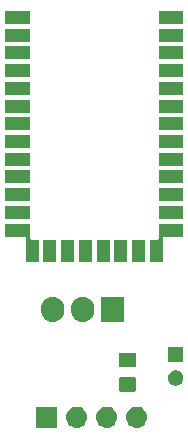
<source format=gbr>
G04 #@! TF.GenerationSoftware,KiCad,Pcbnew,(5.1.0)-1*
G04 #@! TF.CreationDate,2019-04-05T23:42:48+02:00*
G04 #@! TF.ProjectId,BT_module,42545f6d-6f64-4756-9c65-2e6b69636164,rev?*
G04 #@! TF.SameCoordinates,Original*
G04 #@! TF.FileFunction,Soldermask,Top*
G04 #@! TF.FilePolarity,Negative*
%FSLAX46Y46*%
G04 Gerber Fmt 4.6, Leading zero omitted, Abs format (unit mm)*
G04 Created by KiCad (PCBNEW (5.1.0)-1) date 2019-04-05 23:42:48*
%MOMM*%
%LPD*%
G04 APERTURE LIST*
%ADD10C,0.100000*%
G04 APERTURE END LIST*
D10*
G36*
X128888442Y-96895518D02*
G01*
X128954627Y-96902037D01*
X129124466Y-96953557D01*
X129280991Y-97037222D01*
X129316729Y-97066552D01*
X129418186Y-97149814D01*
X129501448Y-97251271D01*
X129530778Y-97287009D01*
X129614443Y-97443534D01*
X129665963Y-97613373D01*
X129683359Y-97790000D01*
X129665963Y-97966627D01*
X129614443Y-98136466D01*
X129530778Y-98292991D01*
X129501448Y-98328729D01*
X129418186Y-98430186D01*
X129316729Y-98513448D01*
X129280991Y-98542778D01*
X129124466Y-98626443D01*
X128954627Y-98677963D01*
X128888442Y-98684482D01*
X128822260Y-98691000D01*
X128733740Y-98691000D01*
X128667558Y-98684482D01*
X128601373Y-98677963D01*
X128431534Y-98626443D01*
X128275009Y-98542778D01*
X128239271Y-98513448D01*
X128137814Y-98430186D01*
X128054552Y-98328729D01*
X128025222Y-98292991D01*
X127941557Y-98136466D01*
X127890037Y-97966627D01*
X127872641Y-97790000D01*
X127890037Y-97613373D01*
X127941557Y-97443534D01*
X128025222Y-97287009D01*
X128054552Y-97251271D01*
X128137814Y-97149814D01*
X128239271Y-97066552D01*
X128275009Y-97037222D01*
X128431534Y-96953557D01*
X128601373Y-96902037D01*
X128667558Y-96895518D01*
X128733740Y-96889000D01*
X128822260Y-96889000D01*
X128888442Y-96895518D01*
X128888442Y-96895518D01*
G37*
G36*
X131428442Y-96895518D02*
G01*
X131494627Y-96902037D01*
X131664466Y-96953557D01*
X131820991Y-97037222D01*
X131856729Y-97066552D01*
X131958186Y-97149814D01*
X132041448Y-97251271D01*
X132070778Y-97287009D01*
X132154443Y-97443534D01*
X132205963Y-97613373D01*
X132223359Y-97790000D01*
X132205963Y-97966627D01*
X132154443Y-98136466D01*
X132070778Y-98292991D01*
X132041448Y-98328729D01*
X131958186Y-98430186D01*
X131856729Y-98513448D01*
X131820991Y-98542778D01*
X131664466Y-98626443D01*
X131494627Y-98677963D01*
X131428442Y-98684482D01*
X131362260Y-98691000D01*
X131273740Y-98691000D01*
X131207558Y-98684482D01*
X131141373Y-98677963D01*
X130971534Y-98626443D01*
X130815009Y-98542778D01*
X130779271Y-98513448D01*
X130677814Y-98430186D01*
X130594552Y-98328729D01*
X130565222Y-98292991D01*
X130481557Y-98136466D01*
X130430037Y-97966627D01*
X130412641Y-97790000D01*
X130430037Y-97613373D01*
X130481557Y-97443534D01*
X130565222Y-97287009D01*
X130594552Y-97251271D01*
X130677814Y-97149814D01*
X130779271Y-97066552D01*
X130815009Y-97037222D01*
X130971534Y-96953557D01*
X131141373Y-96902037D01*
X131207558Y-96895518D01*
X131273740Y-96889000D01*
X131362260Y-96889000D01*
X131428442Y-96895518D01*
X131428442Y-96895518D01*
G37*
G36*
X133968442Y-96895518D02*
G01*
X134034627Y-96902037D01*
X134204466Y-96953557D01*
X134360991Y-97037222D01*
X134396729Y-97066552D01*
X134498186Y-97149814D01*
X134581448Y-97251271D01*
X134610778Y-97287009D01*
X134694443Y-97443534D01*
X134745963Y-97613373D01*
X134763359Y-97790000D01*
X134745963Y-97966627D01*
X134694443Y-98136466D01*
X134610778Y-98292991D01*
X134581448Y-98328729D01*
X134498186Y-98430186D01*
X134396729Y-98513448D01*
X134360991Y-98542778D01*
X134204466Y-98626443D01*
X134034627Y-98677963D01*
X133968442Y-98684482D01*
X133902260Y-98691000D01*
X133813740Y-98691000D01*
X133747558Y-98684482D01*
X133681373Y-98677963D01*
X133511534Y-98626443D01*
X133355009Y-98542778D01*
X133319271Y-98513448D01*
X133217814Y-98430186D01*
X133134552Y-98328729D01*
X133105222Y-98292991D01*
X133021557Y-98136466D01*
X132970037Y-97966627D01*
X132952641Y-97790000D01*
X132970037Y-97613373D01*
X133021557Y-97443534D01*
X133105222Y-97287009D01*
X133134552Y-97251271D01*
X133217814Y-97149814D01*
X133319271Y-97066552D01*
X133355009Y-97037222D01*
X133511534Y-96953557D01*
X133681373Y-96902037D01*
X133747558Y-96895518D01*
X133813740Y-96889000D01*
X133902260Y-96889000D01*
X133968442Y-96895518D01*
X133968442Y-96895518D01*
G37*
G36*
X127139000Y-98691000D02*
G01*
X125337000Y-98691000D01*
X125337000Y-96889000D01*
X127139000Y-96889000D01*
X127139000Y-98691000D01*
X127139000Y-98691000D01*
G37*
G36*
X133684674Y-94374465D02*
G01*
X133722367Y-94385899D01*
X133757103Y-94404466D01*
X133787548Y-94429452D01*
X133812534Y-94459897D01*
X133831101Y-94494633D01*
X133842535Y-94532326D01*
X133847000Y-94577661D01*
X133847000Y-95414339D01*
X133842535Y-95459674D01*
X133831101Y-95497367D01*
X133812534Y-95532103D01*
X133787548Y-95562548D01*
X133757103Y-95587534D01*
X133722367Y-95606101D01*
X133684674Y-95617535D01*
X133639339Y-95622000D01*
X132552661Y-95622000D01*
X132507326Y-95617535D01*
X132469633Y-95606101D01*
X132434897Y-95587534D01*
X132404452Y-95562548D01*
X132379466Y-95532103D01*
X132360899Y-95497367D01*
X132349465Y-95459674D01*
X132345000Y-95414339D01*
X132345000Y-94577661D01*
X132349465Y-94532326D01*
X132360899Y-94494633D01*
X132379466Y-94459897D01*
X132404452Y-94429452D01*
X132434897Y-94404466D01*
X132469633Y-94385899D01*
X132507326Y-94374465D01*
X132552661Y-94370000D01*
X133639339Y-94370000D01*
X133684674Y-94374465D01*
X133684674Y-94374465D01*
G37*
G36*
X137349890Y-93830017D02*
G01*
X137468364Y-93879091D01*
X137574988Y-93950335D01*
X137665665Y-94041012D01*
X137736910Y-94147638D01*
X137785983Y-94266110D01*
X137810769Y-94390718D01*
X137811000Y-94391882D01*
X137811000Y-94520118D01*
X137785983Y-94645890D01*
X137736909Y-94764364D01*
X137665665Y-94870988D01*
X137574988Y-94961665D01*
X137468364Y-95032909D01*
X137468363Y-95032910D01*
X137468362Y-95032910D01*
X137349890Y-95081983D01*
X137224119Y-95107000D01*
X137095881Y-95107000D01*
X136970110Y-95081983D01*
X136851638Y-95032910D01*
X136851637Y-95032910D01*
X136851636Y-95032909D01*
X136745012Y-94961665D01*
X136654335Y-94870988D01*
X136583091Y-94764364D01*
X136534017Y-94645890D01*
X136509000Y-94520118D01*
X136509000Y-94391882D01*
X136509232Y-94390718D01*
X136534017Y-94266110D01*
X136583090Y-94147638D01*
X136654335Y-94041012D01*
X136745012Y-93950335D01*
X136851636Y-93879091D01*
X136970110Y-93830017D01*
X137095881Y-93805000D01*
X137224119Y-93805000D01*
X137349890Y-93830017D01*
X137349890Y-93830017D01*
G37*
G36*
X133684674Y-92324465D02*
G01*
X133722367Y-92335899D01*
X133757103Y-92354466D01*
X133787548Y-92379452D01*
X133812534Y-92409897D01*
X133831101Y-92444633D01*
X133842535Y-92482326D01*
X133847000Y-92527661D01*
X133847000Y-93364339D01*
X133842535Y-93409674D01*
X133831101Y-93447367D01*
X133812534Y-93482103D01*
X133787548Y-93512548D01*
X133757103Y-93537534D01*
X133722367Y-93556101D01*
X133684674Y-93567535D01*
X133639339Y-93572000D01*
X132552661Y-93572000D01*
X132507326Y-93567535D01*
X132469633Y-93556101D01*
X132434897Y-93537534D01*
X132404452Y-93512548D01*
X132379466Y-93482103D01*
X132360899Y-93447367D01*
X132349465Y-93409674D01*
X132345000Y-93364339D01*
X132345000Y-92527661D01*
X132349465Y-92482326D01*
X132360899Y-92444633D01*
X132379466Y-92409897D01*
X132404452Y-92379452D01*
X132434897Y-92354466D01*
X132469633Y-92335899D01*
X132507326Y-92324465D01*
X132552661Y-92320000D01*
X133639339Y-92320000D01*
X133684674Y-92324465D01*
X133684674Y-92324465D01*
G37*
G36*
X137811000Y-93107000D02*
G01*
X136509000Y-93107000D01*
X136509000Y-91805000D01*
X137811000Y-91805000D01*
X137811000Y-93107000D01*
X137811000Y-93107000D01*
G37*
G36*
X129482720Y-87609520D02*
G01*
X129671881Y-87666901D01*
X129846212Y-87760083D01*
X129999015Y-87885485D01*
X130124417Y-88038288D01*
X130168182Y-88120167D01*
X130217598Y-88212617D01*
X130217599Y-88212620D01*
X130274980Y-88401781D01*
X130289500Y-88549207D01*
X130289500Y-88742794D01*
X130274980Y-88890220D01*
X130217599Y-89079381D01*
X130124417Y-89253712D01*
X129999015Y-89406515D01*
X129846212Y-89531917D01*
X129764333Y-89575682D01*
X129671883Y-89625098D01*
X129671880Y-89625099D01*
X129482719Y-89682480D01*
X129286000Y-89701855D01*
X129089280Y-89682480D01*
X128900119Y-89625099D01*
X128725788Y-89531917D01*
X128572985Y-89406515D01*
X128447583Y-89253712D01*
X128403818Y-89171833D01*
X128354402Y-89079383D01*
X128354401Y-89079380D01*
X128297020Y-88890219D01*
X128282500Y-88742793D01*
X128282500Y-88549206D01*
X128297020Y-88401780D01*
X128354401Y-88212619D01*
X128447583Y-88038288D01*
X128572985Y-87885485D01*
X128725788Y-87760083D01*
X128900120Y-87666901D01*
X129089281Y-87609520D01*
X129286000Y-87590145D01*
X129482720Y-87609520D01*
X129482720Y-87609520D01*
G37*
G36*
X126942720Y-87609520D02*
G01*
X127131881Y-87666901D01*
X127306212Y-87760083D01*
X127459015Y-87885485D01*
X127584417Y-88038288D01*
X127628182Y-88120167D01*
X127677598Y-88212617D01*
X127677599Y-88212620D01*
X127734980Y-88401781D01*
X127749500Y-88549207D01*
X127749500Y-88742794D01*
X127734980Y-88890220D01*
X127677599Y-89079381D01*
X127584417Y-89253712D01*
X127459015Y-89406515D01*
X127306212Y-89531917D01*
X127224333Y-89575682D01*
X127131883Y-89625098D01*
X127131880Y-89625099D01*
X126942719Y-89682480D01*
X126746000Y-89701855D01*
X126549280Y-89682480D01*
X126360119Y-89625099D01*
X126185788Y-89531917D01*
X126032985Y-89406515D01*
X125907583Y-89253712D01*
X125863818Y-89171833D01*
X125814402Y-89079383D01*
X125814401Y-89079380D01*
X125757020Y-88890219D01*
X125742500Y-88742793D01*
X125742500Y-88549206D01*
X125757020Y-88401780D01*
X125814401Y-88212619D01*
X125907583Y-88038288D01*
X126032985Y-87885485D01*
X126185788Y-87760083D01*
X126360120Y-87666901D01*
X126549281Y-87609520D01*
X126746000Y-87590145D01*
X126942720Y-87609520D01*
X126942720Y-87609520D01*
G37*
G36*
X132829500Y-89697000D02*
G01*
X130822500Y-89697000D01*
X130822500Y-87595000D01*
X132829500Y-87595000D01*
X132829500Y-89697000D01*
X132829500Y-89697000D01*
G37*
G36*
X137825001Y-82491001D02*
G01*
X136200000Y-82491001D01*
X136175614Y-82493403D01*
X136152165Y-82500516D01*
X136130554Y-82512067D01*
X136111612Y-82527612D01*
X136096067Y-82546554D01*
X136084516Y-82568165D01*
X136077403Y-82591614D01*
X136075001Y-82616000D01*
X136075001Y-84641001D01*
X134973001Y-84641001D01*
X134973001Y-82739001D01*
X135598002Y-82739001D01*
X135622388Y-82736599D01*
X135645837Y-82729486D01*
X135667448Y-82717935D01*
X135686390Y-82702390D01*
X135701935Y-82683448D01*
X135713486Y-82661837D01*
X135720599Y-82638388D01*
X135723001Y-82614002D01*
X135723001Y-81389001D01*
X137825001Y-81389001D01*
X137825001Y-82491001D01*
X137825001Y-82491001D01*
G37*
G36*
X131575001Y-84641001D02*
G01*
X130473001Y-84641001D01*
X130473001Y-82739001D01*
X131575001Y-82739001D01*
X131575001Y-84641001D01*
X131575001Y-84641001D01*
G37*
G36*
X130075001Y-84641001D02*
G01*
X128973001Y-84641001D01*
X128973001Y-82739001D01*
X130075001Y-82739001D01*
X130075001Y-84641001D01*
X130075001Y-84641001D01*
G37*
G36*
X128575001Y-84641001D02*
G01*
X127473001Y-84641001D01*
X127473001Y-82739001D01*
X128575001Y-82739001D01*
X128575001Y-84641001D01*
X128575001Y-84641001D01*
G37*
G36*
X127075001Y-84641001D02*
G01*
X125973001Y-84641001D01*
X125973001Y-82739001D01*
X127075001Y-82739001D01*
X127075001Y-84641001D01*
X127075001Y-84641001D01*
G37*
G36*
X124825001Y-82614002D02*
G01*
X124827403Y-82638388D01*
X124834516Y-82661837D01*
X124846067Y-82683448D01*
X124861612Y-82702390D01*
X124880554Y-82717935D01*
X124902165Y-82729486D01*
X124925614Y-82736599D01*
X124950000Y-82739001D01*
X125575001Y-82739001D01*
X125575001Y-84641001D01*
X124473001Y-84641001D01*
X124473001Y-82616000D01*
X124470599Y-82591614D01*
X124463486Y-82568165D01*
X124451935Y-82546554D01*
X124436390Y-82527612D01*
X124417448Y-82512067D01*
X124395837Y-82500516D01*
X124372388Y-82493403D01*
X124348002Y-82491001D01*
X122723001Y-82491001D01*
X122723001Y-81389001D01*
X124825001Y-81389001D01*
X124825001Y-82614002D01*
X124825001Y-82614002D01*
G37*
G36*
X133075001Y-84641001D02*
G01*
X131973001Y-84641001D01*
X131973001Y-82739001D01*
X133075001Y-82739001D01*
X133075001Y-84641001D01*
X133075001Y-84641001D01*
G37*
G36*
X134575001Y-84641001D02*
G01*
X133473001Y-84641001D01*
X133473001Y-82739001D01*
X134575001Y-82739001D01*
X134575001Y-84641001D01*
X134575001Y-84641001D01*
G37*
G36*
X137825001Y-80991001D02*
G01*
X135723001Y-80991001D01*
X135723001Y-79889001D01*
X137825001Y-79889001D01*
X137825001Y-80991001D01*
X137825001Y-80991001D01*
G37*
G36*
X124825001Y-80991001D02*
G01*
X122723001Y-80991001D01*
X122723001Y-79889001D01*
X124825001Y-79889001D01*
X124825001Y-80991001D01*
X124825001Y-80991001D01*
G37*
G36*
X137825001Y-79491001D02*
G01*
X135723001Y-79491001D01*
X135723001Y-78389001D01*
X137825001Y-78389001D01*
X137825001Y-79491001D01*
X137825001Y-79491001D01*
G37*
G36*
X124825001Y-79491001D02*
G01*
X122723001Y-79491001D01*
X122723001Y-78389001D01*
X124825001Y-78389001D01*
X124825001Y-79491001D01*
X124825001Y-79491001D01*
G37*
G36*
X137825001Y-77991001D02*
G01*
X135723001Y-77991001D01*
X135723001Y-76889001D01*
X137825001Y-76889001D01*
X137825001Y-77991001D01*
X137825001Y-77991001D01*
G37*
G36*
X124825001Y-77991001D02*
G01*
X122723001Y-77991001D01*
X122723001Y-76889001D01*
X124825001Y-76889001D01*
X124825001Y-77991001D01*
X124825001Y-77991001D01*
G37*
G36*
X137825001Y-76491001D02*
G01*
X135723001Y-76491001D01*
X135723001Y-75389001D01*
X137825001Y-75389001D01*
X137825001Y-76491001D01*
X137825001Y-76491001D01*
G37*
G36*
X124825001Y-76491001D02*
G01*
X122723001Y-76491001D01*
X122723001Y-75389001D01*
X124825001Y-75389001D01*
X124825001Y-76491001D01*
X124825001Y-76491001D01*
G37*
G36*
X137825001Y-74991001D02*
G01*
X135723001Y-74991001D01*
X135723001Y-73889001D01*
X137825001Y-73889001D01*
X137825001Y-74991001D01*
X137825001Y-74991001D01*
G37*
G36*
X124825001Y-74991001D02*
G01*
X122723001Y-74991001D01*
X122723001Y-73889001D01*
X124825001Y-73889001D01*
X124825001Y-74991001D01*
X124825001Y-74991001D01*
G37*
G36*
X137825001Y-73491001D02*
G01*
X135723001Y-73491001D01*
X135723001Y-72389001D01*
X137825001Y-72389001D01*
X137825001Y-73491001D01*
X137825001Y-73491001D01*
G37*
G36*
X124825001Y-73491001D02*
G01*
X122723001Y-73491001D01*
X122723001Y-72389001D01*
X124825001Y-72389001D01*
X124825001Y-73491001D01*
X124825001Y-73491001D01*
G37*
G36*
X124825001Y-71991001D02*
G01*
X122723001Y-71991001D01*
X122723001Y-70889001D01*
X124825001Y-70889001D01*
X124825001Y-71991001D01*
X124825001Y-71991001D01*
G37*
G36*
X137825001Y-71991001D02*
G01*
X135723001Y-71991001D01*
X135723001Y-70889001D01*
X137825001Y-70889001D01*
X137825001Y-71991001D01*
X137825001Y-71991001D01*
G37*
G36*
X137825001Y-70491001D02*
G01*
X135723001Y-70491001D01*
X135723001Y-69389001D01*
X137825001Y-69389001D01*
X137825001Y-70491001D01*
X137825001Y-70491001D01*
G37*
G36*
X124825001Y-70491001D02*
G01*
X122723001Y-70491001D01*
X122723001Y-69389001D01*
X124825001Y-69389001D01*
X124825001Y-70491001D01*
X124825001Y-70491001D01*
G37*
G36*
X137825001Y-68991001D02*
G01*
X135723001Y-68991001D01*
X135723001Y-67889001D01*
X137825001Y-67889001D01*
X137825001Y-68991001D01*
X137825001Y-68991001D01*
G37*
G36*
X124825001Y-68991001D02*
G01*
X122723001Y-68991001D01*
X122723001Y-67889001D01*
X124825001Y-67889001D01*
X124825001Y-68991001D01*
X124825001Y-68991001D01*
G37*
G36*
X137825001Y-67491001D02*
G01*
X135723001Y-67491001D01*
X135723001Y-66389001D01*
X137825001Y-66389001D01*
X137825001Y-67491001D01*
X137825001Y-67491001D01*
G37*
G36*
X124825001Y-67491001D02*
G01*
X122723001Y-67491001D01*
X122723001Y-66389001D01*
X124825001Y-66389001D01*
X124825001Y-67491001D01*
X124825001Y-67491001D01*
G37*
G36*
X124825001Y-65991001D02*
G01*
X122723001Y-65991001D01*
X122723001Y-64889001D01*
X124825001Y-64889001D01*
X124825001Y-65991001D01*
X124825001Y-65991001D01*
G37*
G36*
X137825001Y-65991001D02*
G01*
X135723001Y-65991001D01*
X135723001Y-64889001D01*
X137825001Y-64889001D01*
X137825001Y-65991001D01*
X137825001Y-65991001D01*
G37*
G36*
X137825001Y-64491001D02*
G01*
X135723001Y-64491001D01*
X135723001Y-63389001D01*
X137825001Y-63389001D01*
X137825001Y-64491001D01*
X137825001Y-64491001D01*
G37*
G36*
X124825001Y-64491001D02*
G01*
X122723001Y-64491001D01*
X122723001Y-63389001D01*
X124825001Y-63389001D01*
X124825001Y-64491001D01*
X124825001Y-64491001D01*
G37*
M02*

</source>
